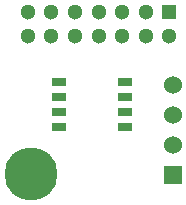
<source format=gts>
G04 (created by PCBNEW (2013-may-18)-stable) date Wed 10 Dec 2014 10:55:01 AM CST*
%MOIN*%
G04 Gerber Fmt 3.4, Leading zero omitted, Abs format*
%FSLAX34Y34*%
G01*
G70*
G90*
G04 APERTURE LIST*
%ADD10C,0.00590551*%
%ADD11R,0.06X0.06*%
%ADD12C,0.06*%
%ADD13C,0.177165*%
%ADD14R,0.05X0.025*%
%ADD15R,0.0511811X0.0511811*%
%ADD16C,0.0511811*%
G04 APERTURE END LIST*
G54D10*
G54D11*
X82456Y-60031D03*
G54D12*
X82456Y-59031D03*
X82456Y-58031D03*
X82456Y-57031D03*
G54D13*
X77728Y-59968D03*
G54D14*
X78655Y-56907D03*
X78655Y-57407D03*
X78655Y-57907D03*
X78655Y-58407D03*
X80855Y-58407D03*
X80855Y-57907D03*
X80855Y-57407D03*
X80855Y-56907D03*
G54D15*
X82342Y-54586D03*
G54D16*
X82342Y-55374D03*
X81555Y-54586D03*
X81555Y-55374D03*
X80767Y-54586D03*
X80767Y-55374D03*
X79980Y-54586D03*
X79980Y-55374D03*
X79192Y-54586D03*
X79192Y-55374D03*
X78405Y-54586D03*
X78405Y-55374D03*
X77618Y-54586D03*
X77618Y-55374D03*
M02*

</source>
